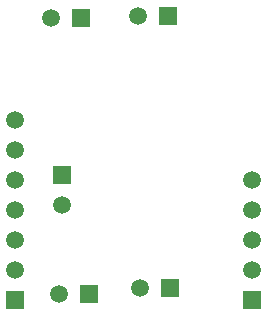
<source format=gbl>
G04 Layer_Physical_Order=4*
G04 Layer_Color=16711680*
%FSAX43Y43*%
%MOMM*%
G71*
G01*
G75*
%ADD16R,1.500X1.500*%
%ADD17C,1.500*%
%ADD18R,1.500X1.500*%
D16*
X0057277Y0089535D02*
D03*
X0053340Y0078994D02*
D03*
X0073406D02*
D03*
D17*
X0057277Y0086995D02*
D03*
X0053340Y0094234D02*
D03*
Y0091694D02*
D03*
Y0089154D02*
D03*
Y0086614D02*
D03*
Y0081534D02*
D03*
Y0084074D02*
D03*
X0057023Y0079502D02*
D03*
X0063881Y0080010D02*
D03*
X0063754Y0102997D02*
D03*
X0056388Y0102870D02*
D03*
X0073406Y0089154D02*
D03*
Y0086614D02*
D03*
Y0084074D02*
D03*
Y0081534D02*
D03*
D18*
X0059563Y0079502D02*
D03*
X0066421Y0080010D02*
D03*
X0066294Y0102997D02*
D03*
X0058928Y0102870D02*
D03*
M02*

</source>
